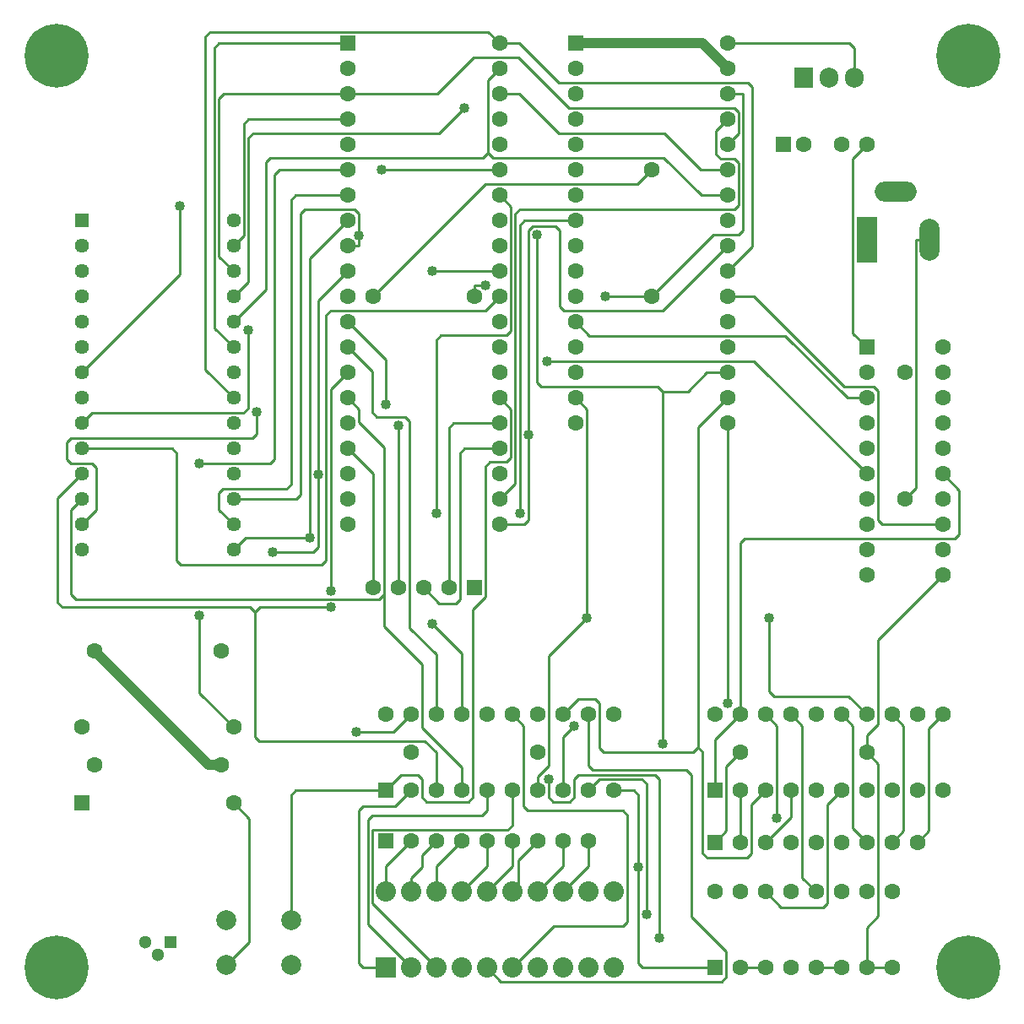
<source format=gbr>
%TF.GenerationSoftware,Novarm,DipTrace,4.3.0.4*%
%TF.CreationDate,2023-07-19T22:18:52+01:00*%
%FSLAX26Y26*%
%MOIN*%
%TF.FileFunction,Copper,L2,Bot*%
%TF.Part,Single*%
%TA.AperFunction,Conductor*%
%ADD13C,0.009843*%
%ADD14C,0.03937*%
%TA.AperFunction,ComponentPad*%
%ADD17C,0.251969*%
%ADD20R,0.062992X0.062992*%
%ADD21C,0.062992*%
%ADD22C,0.062992*%
%ADD23R,0.051181X0.051181*%
%ADD24C,0.051181*%
%ADD25C,0.07874*%
%ADD26R,0.07874X0.181102*%
%ADD27O,0.07874X0.165354*%
%ADD28O,0.165354X0.07874*%
%ADD29R,0.056693X0.056693*%
%ADD30C,0.056693*%
%ADD31R,0.08X0.08*%
%ADD32C,0.08*%
%ADD33R,0.075X0.07874*%
%ADD34O,0.075X0.07874*%
%TA.AperFunction,ViaPad*%
%ADD35C,0.04*%
G75*
G01*
%LPD*%
X2893701Y3693701D2*
D13*
X2837992Y3637992D1*
X2238780D1*
X1794488Y3193701D1*
X3193701Y4193701D2*
X3675980D1*
X3693701Y4175980D1*
Y4056496D1*
X3244488Y1393701D2*
X3187996Y1337209D1*
Y1083665D1*
X3143701Y1039370D1*
X3743701Y3793701D2*
X3689567Y3739567D1*
Y3047835D1*
X3743701Y2993701D1*
X2293701Y3193701D2*
X2237992Y3137992D1*
X1627226D1*
X1609508Y3120276D1*
Y2152559D1*
X1591791Y2134843D1*
X1035323D1*
X1017606Y2152559D1*
Y2575984D1*
X999890Y2593701D1*
X643701D1*
X2593701Y3093701D2*
X2649409Y3037992D1*
X3422587D1*
X3666878Y2793701D1*
X3743701D1*
X3193701Y3293701D2*
X3291142Y3391142D1*
Y4020277D1*
X3273425Y4037992D1*
X2528438D1*
X2372730Y4193701D1*
X2293701D1*
X2249409Y4237992D1*
X1150102D1*
X1132386Y4220276D1*
Y2905016D1*
X1243701Y2793701D1*
X1693701Y4193701D2*
X1185535D1*
X1167819Y4175984D1*
Y3069583D1*
X1243701Y2993701D1*
X3193701Y3793701D2*
X3237992Y3837992D1*
Y3920276D1*
X3220276Y3937992D1*
X2567413D1*
X2367413Y4137992D1*
X2192831D1*
X2048539Y3993701D1*
X1693701D1*
X1203252D1*
X1185535Y3975984D1*
Y3351866D1*
X1243701Y3293701D1*
X1693701Y3893701D2*
X1302563D1*
X1284846Y3875984D1*
Y3434846D1*
X1243701Y3393701D1*
X1299925Y3060906D2*
Y2752563D1*
X1282209Y2734846D1*
X684846D1*
X643701Y2693701D1*
X2293701Y3293701D2*
X2028713D1*
X1031362Y3552563D2*
Y3281362D1*
X643701Y2893701D1*
X2293701Y3593701D2*
X2337992Y3549409D1*
Y3057677D1*
X2320276Y3039961D1*
X2060906D1*
X2043189Y3022244D1*
Y2337992D1*
X2373425D2*
Y3475980D1*
X2391146Y3493701D1*
X2593701D1*
X2293701Y3693701D2*
X1827283D1*
X2293701Y3993701D2*
X2371843D1*
X2527550Y3837992D1*
X2944315D1*
X3088606Y3693701D1*
X3193701D1*
X2154150Y3937992D2*
X2054150Y3837992D1*
X1320281D1*
X1302563Y3820276D1*
Y3252563D1*
X1243701Y3193701D1*
X3193701Y3593701D2*
X3090921D1*
X2941705Y3742917D1*
X2269091D1*
X2249406Y3762602D1*
X2229720Y3742917D1*
X1388413D1*
X1370694Y3725198D1*
Y3220694D1*
X1243701Y3093701D1*
X2249406Y3762602D2*
Y4049406D1*
X2293701Y4093701D1*
X1109256Y2534846D2*
X1388476D1*
X1406193Y2552563D1*
Y3675980D1*
X1423913Y3693701D1*
X1693701D1*
X1109256Y1933815D2*
Y1628146D1*
X1243701Y1493701D1*
X1627224Y1966610D2*
X1347760D1*
X1328075Y1946925D1*
X1308390Y1966610D1*
X567130D1*
X549413Y1984327D1*
Y2399413D1*
X643701Y2493701D1*
X2043701Y1243701D2*
Y1393780D1*
X1999488Y1437992D1*
X1345790D1*
X1328075Y1455709D1*
Y1946925D1*
X3387996Y1134177D2*
Y1499406D1*
X3343701Y1543701D1*
X1693701Y2893701D2*
X1627224Y2827224D1*
Y2032201D1*
X2143701Y1243701D2*
Y1335437D1*
X1987996Y1491142D1*
Y1740622D1*
X1837992Y1890626D1*
Y2019091D1*
X1818307Y1999406D1*
X620277D1*
X602559Y2017122D1*
Y2352559D1*
X643701Y2393701D1*
X1693701Y2793701D2*
X1737992Y2749409D1*
Y2699409D1*
X1837992Y2599409D1*
Y2019091D1*
X2593701Y2793701D2*
X2637992Y2749409D1*
Y1923303D1*
X1844217Y2769409D2*
Y2943185D1*
X1693701Y3093701D1*
X1335358Y2737992D2*
Y2652563D1*
X1317642Y2634846D1*
X602563D1*
X584846Y2617130D1*
Y2552563D1*
X602563Y2534846D1*
X684848D1*
X702563Y2517130D1*
Y2352563D1*
X643701Y2293701D1*
X3743701Y1543701D2*
X3671529Y1615873D1*
X3377004D1*
X3359287Y1633589D1*
Y1923303D1*
X2637992D2*
X2487996Y1773307D1*
Y1342941D1*
X2443701Y1298646D1*
Y1243701D1*
X1243701Y2193701D2*
X1291579Y2241579D1*
X1543917D1*
X2587996Y1499409D2*
X2543701Y1455114D1*
Y1243701D1*
X3193701Y1587996D2*
Y2693701D1*
X1543917Y2241579D2*
Y3343917D1*
X1693701Y3493701D1*
X1243701Y2293701D2*
X1184843Y2352559D1*
Y2417130D1*
X1202559Y2434846D1*
X1452098D1*
X1469818Y2452566D1*
Y3575980D1*
X1487538Y3593701D1*
X1693701D1*
X2543701Y1543701D2*
X2605713Y1605713D1*
X2670281D1*
X2687996Y1587996D1*
Y1411499D1*
X2705713Y1393783D1*
X3058937D1*
X3078622Y1413469D1*
Y2678622D1*
X3193701Y2793701D1*
X3078622Y1413469D2*
X3096339Y1395752D1*
Y995079D1*
X3114055Y977362D1*
X3270281D1*
X3287996Y995079D1*
Y1187996D1*
X3343701Y1243701D1*
X1243701Y2393701D2*
X1490764D1*
X1508484Y2411421D1*
Y3520277D1*
X1526201Y3537992D1*
X1720276D1*
X1737992Y3520276D1*
Y3433701D1*
X3193701Y2893701D2*
X3112004D1*
X3036610Y2818307D1*
X2938551D1*
X2918866Y2837992D1*
X2458598D1*
X2440882Y2855709D1*
Y3437992D1*
X2938551Y1426579D2*
Y2818307D1*
X1737992Y3433701D2*
Y3393701D1*
X1693701D1*
Y3293701D2*
X1576713Y3176713D1*
Y2492563D1*
X2143701Y1543701D2*
Y1783815D1*
X2026492Y1901024D1*
X1576713Y2492563D2*
Y2203071D1*
X1558996Y2185354D1*
X1396894D1*
X1693701Y2993701D2*
X1790046Y2897356D1*
Y2736613D1*
X1807761Y2718898D1*
X1920277D1*
X1937992Y2701181D1*
Y1886197D1*
X2043701Y1780488D1*
Y1543701D1*
X2593701Y4193701D2*
D14*
X3093701D1*
X3193701Y4093701D1*
X1193701Y1343701D2*
X1143701D1*
X693701Y1793701D1*
X2712098Y3193701D2*
D13*
X2893701D1*
X1215748Y555118D2*
X1305709Y645079D1*
Y1131693D1*
X1243701Y1193701D1*
X3143701Y543701D2*
X2858862D1*
X2841146Y561417D1*
Y942677D1*
X3893701Y2393701D2*
X3937992Y2437992D1*
Y3418110D1*
X3991732D1*
X3843701Y543701D2*
X3743701D1*
X2194488Y3193701D2*
Y3237992D1*
X2236472D1*
X3243701Y543701D2*
X3343701D1*
X3543701D2*
X3643701D1*
X2893701Y3193701D2*
X3137992Y3437992D1*
X3237992D1*
X3255709Y3455709D1*
Y3993701D1*
X3193701D1*
X2841146Y942677D2*
Y1225986D1*
X2823430Y1243701D1*
X2743701D1*
X3744488Y1393701D2*
Y1459937D1*
X3787996Y1503445D1*
Y1837996D1*
X4043701Y2093701D1*
X3743701Y543701D2*
Y702386D1*
X3788780Y747465D1*
Y1349409D1*
X3744488Y1393701D1*
X3143701Y1243701D2*
Y1443701D1*
X3243701Y1543701D1*
Y2220276D1*
X3261417Y2237992D1*
X4089966D1*
X4107681Y2255709D1*
Y2429720D1*
X4043701Y2493701D1*
X2093701Y2043701D2*
Y2675980D1*
X2111421Y2693701D1*
X2293701D1*
X1993701Y2043701D2*
X2055713Y1981689D1*
X2120277D1*
X2137992Y1999406D1*
Y2575980D1*
X2155713Y2593701D1*
X2293701D1*
X1893701Y2686102D2*
Y2043701D1*
X1793701D2*
Y2493701D1*
X1693701Y2593701D1*
X1843701Y843701D2*
Y943701D1*
X1943701Y1043701D1*
Y843701D2*
Y896496D1*
X1987992Y940787D1*
Y987992D1*
X2043701Y1043701D1*
Y843701D2*
Y943701D1*
X2143701Y1043701D1*
X2243701D2*
Y943701D1*
X2143701Y843701D1*
X2343701Y1043701D2*
Y943701D1*
X2243701Y843701D1*
X2343701D2*
X2368781Y868781D1*
Y968781D1*
X2443701Y1043701D1*
Y843701D2*
X2543701Y943701D1*
Y1043701D1*
Y843701D2*
X2643701Y943701D1*
Y1043701D1*
X3243701Y1039370D2*
Y1243701D1*
X3343701Y1039370D2*
X3443701Y1139370D1*
Y1243701D1*
X3343701Y843701D2*
X3405713Y781689D1*
X3570281D1*
X3587996Y799406D1*
Y1187996D1*
X3643701Y1243701D1*
X3543701Y843701D2*
X3487996Y899406D1*
Y1499406D1*
X3443701Y1543701D1*
X3743701Y1039370D2*
X3687996Y1095075D1*
Y1499406D1*
X3643701Y1543701D1*
X3843701Y1039370D2*
X3887996Y1083665D1*
Y1499406D1*
X3843701Y1543701D1*
X3943701Y1039370D2*
X3987996Y1083665D1*
Y1487996D1*
X4043701Y1543701D1*
X1943701Y1243701D2*
X1881697Y1181697D1*
X1755474D1*
X1737756Y1163980D1*
Y561416D1*
X1755472Y543701D1*
X1843701D1*
X1943701D2*
X1773189Y714213D1*
Y1128547D1*
X1790906Y1146264D1*
X2225984D1*
X2243701Y1163980D1*
Y1243701D1*
X2043701Y543701D2*
X1790906Y796496D1*
Y1087992D1*
X2325984D1*
X2343701Y1105709D1*
Y1243701D1*
X2873941Y754547D2*
Y1270280D1*
X2856224Y1287996D1*
X2687996D1*
X2643701Y1243701D1*
Y1543701D2*
Y1341146D1*
X2661417Y1323429D1*
X3032831D1*
X3050549Y1305713D1*
Y746291D1*
X3187992Y608848D1*
Y506655D1*
X3170276Y488937D1*
X2298465D1*
X2243701Y543701D1*
X2343701Y1543701D2*
X2387996Y1499406D1*
Y1181693D1*
X2405713Y1163976D1*
X2780748D1*
X2798465Y1146260D1*
Y725165D1*
X2780748Y707449D1*
X2507449D1*
X2343701Y543701D1*
X2924453Y662492D2*
Y1287996D1*
X2906736Y1305713D1*
X2605713D1*
X2587996Y1287996D1*
Y1217126D1*
X2570280Y1199409D1*
X2505714D1*
X2487996Y1217126D1*
Y1287996D1*
X1728764Y1473425D2*
X1873425D1*
X1943701Y1543701D1*
X3193701Y3193701D2*
X3298427D1*
X3654134Y2837992D1*
X3770280D1*
X3787996Y2820276D1*
Y2311417D1*
X3805713Y2293701D1*
X4043701D1*
X2481673Y2937992D2*
X3299409D1*
X3743701Y2493701D1*
X2293701Y2293701D2*
X2390370D1*
X2408087Y2311417D1*
Y2649409D1*
Y3453071D1*
X2425803Y3470787D1*
X2513974D1*
X2531689Y3453071D1*
Y3155709D1*
X2549406Y3137992D1*
X2937992D1*
X3193701Y3393701D1*
X1471654Y732283D2*
Y1225984D1*
X1489370Y1243701D1*
X1843701D1*
X1905713Y1305713D1*
X1970281D1*
X1987996Y1287996D1*
Y1217125D1*
X2005713Y1199409D1*
X2170280D1*
X2187996Y1217126D1*
Y1956689D1*
X2237992Y2006685D1*
Y2522244D1*
X2255709Y2539961D1*
X2320276D1*
X2337992Y2557677D1*
Y2749409D1*
X2293701Y2793701D1*
X3193701Y3893701D2*
X3149406Y3849406D1*
Y3755709D1*
X3167122Y3737992D1*
X3220276D1*
X3237992Y3720276D1*
Y3555709D1*
X3220276Y3537992D1*
X2373425D1*
X2355709Y3520276D1*
Y2455709D1*
X2293701Y2393701D1*
D35*
X1299925Y3060906D3*
X2028713Y3293701D3*
X1031362Y3552563D3*
X2043189Y2337992D3*
X2373425D3*
X1827283Y3693701D3*
X2154150Y3937992D3*
X1109256Y2534846D3*
Y1933815D3*
X3387996Y1134177D3*
X1627224Y2032201D3*
Y1966610D3*
X1844217Y2769409D3*
X1335358Y2737992D3*
X2637992Y1923303D3*
X3359287D3*
X1543917Y2241579D3*
X2587996Y1499409D3*
X3193701Y1587996D3*
X2440882Y3437992D3*
X1737992Y3433701D3*
X2938551Y1426579D3*
X1576713Y2492563D3*
X1396894Y2185354D3*
X2026492Y1901024D3*
X2841146Y942677D3*
X2712098Y3193701D3*
X2236472Y3237992D3*
X1893701Y2686102D3*
X2873941Y754547D3*
X2487996Y1287996D3*
X2924453Y662492D3*
X1728764Y1473425D3*
X2481673Y2937992D3*
X2408087Y2649409D3*
D17*
X4143701Y4143701D3*
D20*
X3143701Y543701D3*
D21*
X3243701D3*
X3343701D3*
X3443701D3*
X3543701D3*
X3643701D3*
X3743701D3*
X3843701D3*
Y843701D3*
X3743701D3*
X3643701D3*
X3543701D3*
X3443701D3*
X3343701D3*
X3243701D3*
X3143701D3*
D22*
X2893701Y3693701D3*
Y3193701D3*
D23*
X993701Y643701D3*
D24*
X943701Y593701D3*
X893701Y643701D3*
D20*
X2593701Y4193701D3*
D21*
Y4093701D3*
Y3993701D3*
Y3893701D3*
Y3793701D3*
Y3693701D3*
Y3593701D3*
Y3493701D3*
Y3393701D3*
Y3293701D3*
Y3193701D3*
Y3093701D3*
Y2993701D3*
Y2893701D3*
Y2793701D3*
Y2693701D3*
X3193701D3*
Y2793701D3*
Y2893701D3*
Y2993701D3*
Y3093701D3*
Y3193701D3*
Y3293701D3*
Y3393701D3*
Y3493701D3*
Y3593701D3*
Y3693701D3*
Y3793701D3*
Y3893701D3*
Y3993701D3*
Y4093701D3*
Y4193701D3*
D22*
X3743701Y3793701D3*
X3645276D3*
X1794488Y3193701D3*
X2194488D3*
D25*
X1215748Y732283D3*
X1471654D3*
X1215748Y555118D3*
X1471654D3*
D17*
X4143701Y543701D3*
X543701Y4143701D3*
D20*
X2193701Y2043701D3*
D21*
X2093701D3*
X1993701D3*
X1893701D3*
X1793701D3*
D22*
X3893701Y2893701D3*
Y2393701D3*
D20*
X643701Y1193701D3*
D22*
X1243701D3*
Y1493701D3*
X643701D3*
D20*
X3143701Y1243701D3*
D21*
X3243701D3*
X3343701D3*
X3443701D3*
X3543701D3*
X3643701D3*
X3743701D3*
X3843701D3*
X3943701D3*
X4043701D3*
Y1543701D3*
X3943701D3*
X3843701D3*
X3743701D3*
X3643701D3*
X3543701D3*
X3443701D3*
X3343701D3*
X3243701D3*
X3143701D3*
D26*
X3743701Y3418110D3*
D27*
X3991732D3*
D28*
X3857874Y3607087D3*
D20*
X1693701Y4193701D3*
D21*
Y4093701D3*
Y3993701D3*
Y3893701D3*
Y3793701D3*
Y3693701D3*
Y3593701D3*
Y3493701D3*
Y3393701D3*
Y3293701D3*
Y3193701D3*
Y3093701D3*
Y2993701D3*
Y2893701D3*
Y2793701D3*
Y2693701D3*
Y2593701D3*
Y2493701D3*
Y2393701D3*
Y2293701D3*
X2293701D3*
Y2393701D3*
Y2493701D3*
Y2593701D3*
Y2693701D3*
Y2793701D3*
Y2893701D3*
Y2993701D3*
Y3093701D3*
Y3193701D3*
Y3293701D3*
Y3393701D3*
Y3493701D3*
Y3593701D3*
Y3693701D3*
Y3793701D3*
Y3893701D3*
Y3993701D3*
Y4093701D3*
Y4193701D3*
D22*
X3244488Y1393701D3*
X3744488D3*
D29*
X643701Y3493701D3*
D30*
Y3393701D3*
Y3293701D3*
Y3193701D3*
Y3093701D3*
Y2993701D3*
Y2893701D3*
Y2793701D3*
Y2693701D3*
Y2593701D3*
Y2493701D3*
Y2393701D3*
Y2293701D3*
Y2193701D3*
X1243701D3*
Y2293701D3*
Y2393701D3*
Y2493701D3*
Y2593701D3*
Y2693701D3*
Y2793701D3*
Y2893701D3*
Y2993701D3*
Y3093701D3*
Y3193701D3*
Y3293701D3*
Y3393701D3*
Y3493701D3*
D22*
X693701Y1343701D3*
X1193701D3*
X1943701Y1393701D3*
X2443701D3*
X1193701Y1793701D3*
X693701D3*
D20*
X1843701Y1243701D3*
D21*
X1943701D3*
X2043701D3*
X2143701D3*
X2243701D3*
X2343701D3*
X2443701D3*
X2543701D3*
X2643701D3*
X2743701D3*
Y1543701D3*
X2643701D3*
X2543701D3*
X2443701D3*
X2343701D3*
X2243701D3*
X2143701D3*
X2043701D3*
X1943701D3*
X1843701D3*
D20*
X3414961Y3793701D3*
D22*
X3493701D3*
D20*
X3143701Y1039370D3*
D21*
X3243701D3*
X3343701D3*
X3443701D3*
X3543701D3*
X3643701D3*
X3743701D3*
X3843701D3*
X3943701D3*
D31*
X1843701Y543701D3*
D32*
X1943701D3*
X2043701D3*
X2143701D3*
X2243701D3*
X2343701D3*
X2443701D3*
X2543701D3*
X2643701D3*
X2743701D3*
Y843701D3*
X2643701D3*
X2543701D3*
X2443701D3*
X2343701D3*
X2243701D3*
X2143701D3*
X2043701D3*
X1943701D3*
X1843701D3*
D20*
Y1043701D3*
D21*
X1943701D3*
X2043701D3*
X2143701D3*
X2243701D3*
X2343701D3*
X2443701D3*
X2543701D3*
X2643701D3*
D20*
X3743701Y2993701D3*
D21*
Y2893701D3*
Y2793701D3*
Y2693701D3*
Y2593701D3*
Y2493701D3*
Y2393701D3*
Y2293701D3*
Y2193701D3*
Y2093701D3*
X4043701D3*
Y2193701D3*
Y2293701D3*
Y2393701D3*
Y2493701D3*
Y2593701D3*
Y2693701D3*
Y2793701D3*
Y2893701D3*
Y2993701D3*
D17*
X543701Y543701D3*
D33*
X3493701Y4056496D3*
D34*
X3593701D3*
X3693701D3*
M02*

</source>
